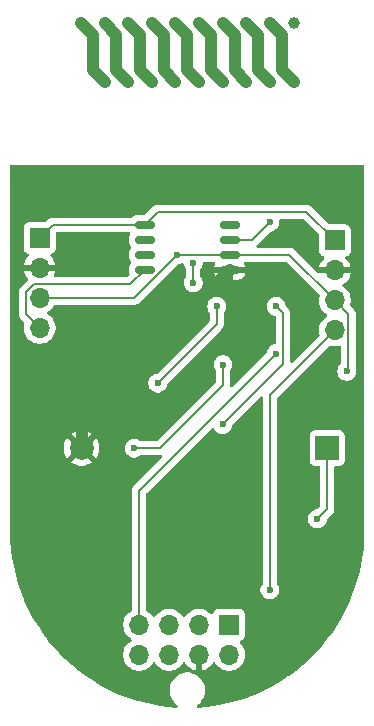
<source format=gbr>
%TF.GenerationSoftware,KiCad,Pcbnew,9.0.0*%
%TF.CreationDate,2025-03-23T12:51:39+01:00*%
%TF.ProjectId,ppicoV1,70706963-6f56-4312-9e6b-696361645f70,rev?*%
%TF.SameCoordinates,Original*%
%TF.FileFunction,Copper,L2,Bot*%
%TF.FilePolarity,Positive*%
%FSLAX46Y46*%
G04 Gerber Fmt 4.6, Leading zero omitted, Abs format (unit mm)*
G04 Created by KiCad (PCBNEW 9.0.0) date 2025-03-23 12:51:39*
%MOMM*%
%LPD*%
G01*
G04 APERTURE LIST*
G04 Aperture macros list*
%AMRoundRect*
0 Rectangle with rounded corners*
0 $1 Rounding radius*
0 $2 $3 $4 $5 $6 $7 $8 $9 X,Y pos of 4 corners*
0 Add a 4 corners polygon primitive as box body*
4,1,4,$2,$3,$4,$5,$6,$7,$8,$9,$2,$3,0*
0 Add four circle primitives for the rounded corners*
1,1,$1+$1,$2,$3*
1,1,$1+$1,$4,$5*
1,1,$1+$1,$6,$7*
1,1,$1+$1,$8,$9*
0 Add four rect primitives between the rounded corners*
20,1,$1+$1,$2,$3,$4,$5,0*
20,1,$1+$1,$4,$5,$6,$7,0*
20,1,$1+$1,$6,$7,$8,$9,0*
20,1,$1+$1,$8,$9,$2,$3,0*%
G04 Aperture macros list end*
%TA.AperFunction,EtchedComponent*%
%ADD10C,1.000000*%
%TD*%
%TA.AperFunction,ComponentPad*%
%ADD11R,1.700000X1.700000*%
%TD*%
%TA.AperFunction,ComponentPad*%
%ADD12O,1.700000X1.700000*%
%TD*%
%TA.AperFunction,ComponentPad*%
%ADD13C,1.000000*%
%TD*%
%TA.AperFunction,SMDPad,CuDef*%
%ADD14RoundRect,0.162500X0.650000X0.162500X-0.650000X0.162500X-0.650000X-0.162500X0.650000X-0.162500X0*%
%TD*%
%TA.AperFunction,ComponentPad*%
%ADD15R,2.000000X2.000000*%
%TD*%
%TA.AperFunction,ComponentPad*%
%ADD16C,2.000000*%
%TD*%
%TA.AperFunction,ViaPad*%
%ADD17C,0.600000*%
%TD*%
%TA.AperFunction,Conductor*%
%ADD18C,0.200000*%
%TD*%
%TA.AperFunction,Conductor*%
%ADD19C,1.000000*%
%TD*%
G04 APERTURE END LIST*
D10*
%TO.C,AE1*%
X121000000Y-41500000D02*
X122000000Y-42500000D01*
X122000000Y-42500000D02*
X122000000Y-45500000D01*
X122000000Y-45500000D02*
X123000000Y-46500000D01*
X123000000Y-41500000D02*
X124000000Y-42500000D01*
X124000000Y-42500000D02*
X124000000Y-45500000D01*
X124000000Y-45500000D02*
X125000000Y-46500000D01*
X125000000Y-41500000D02*
X126000000Y-42500000D01*
X126000000Y-42500000D02*
X126000000Y-45500000D01*
X126000000Y-45500000D02*
X127000000Y-46500000D01*
X127000000Y-41500000D02*
X128000000Y-42500000D01*
X128000000Y-42500000D02*
X128000000Y-45500000D01*
X128000000Y-45500000D02*
X129000000Y-46500000D01*
X129000000Y-41500000D02*
X130000000Y-42500000D01*
X130000000Y-42500000D02*
X130000000Y-45500000D01*
X130000000Y-45500000D02*
X131000000Y-46500000D01*
X131000000Y-41500000D02*
X132000000Y-42500000D01*
X132000000Y-42500000D02*
X132000000Y-45500000D01*
X132000000Y-45500000D02*
X133000000Y-46500000D01*
X133000000Y-41500000D02*
X134000000Y-42500000D01*
X134000000Y-42500000D02*
X134000000Y-45500000D01*
X134000000Y-45500000D02*
X135000000Y-46500000D01*
X135000000Y-41500000D02*
X136000000Y-42500000D01*
X136000000Y-42500000D02*
X136000000Y-45500000D01*
X136000000Y-45500000D02*
X137000000Y-46500000D01*
X137000000Y-41500000D02*
X138000000Y-42500000D01*
X138000000Y-42500000D02*
X138000000Y-45500000D01*
X138000000Y-45500000D02*
X139000000Y-46500000D01*
%TD*%
D11*
%TO.P,J3,1,Pin_1*%
%TO.N,+3V3*%
X117500000Y-59700000D03*
D12*
%TO.P,J3,2,Pin_2*%
%TO.N,GND*%
X117500000Y-62240000D03*
%TO.P,J3,3,Pin_3*%
%TO.N,SCL*%
X117500000Y-64780000D03*
%TO.P,J3,4,Pin_4*%
%TO.N,RFM_MISO*%
X117500000Y-67320000D03*
%TD*%
D11*
%TO.P,J2,1,Pin_1*%
%TO.N,+3V3*%
X142500000Y-59920000D03*
D12*
%TO.P,J2,2,Pin_2*%
%TO.N,GND*%
X142500000Y-62460000D03*
%TO.P,J2,3,Pin_3*%
%TO.N,SCL*%
X142500000Y-65000000D03*
%TO.P,J2,4,Pin_4*%
%TO.N,RFM_MISO*%
X142500000Y-67540000D03*
%TD*%
D13*
%TO.P,AE1,*%
%TO.N,*%
X121000000Y-41500000D03*
X123000000Y-41500000D03*
X123000000Y-46500000D03*
X125000000Y-41500000D03*
X125000000Y-46500000D03*
X127000000Y-41500000D03*
X127000000Y-46500000D03*
X129000000Y-41500000D03*
X129000000Y-46500000D03*
X131000000Y-41500000D03*
X131000000Y-46500000D03*
X133000000Y-41500000D03*
X133000000Y-46500000D03*
X135000000Y-41500000D03*
X135000000Y-46500000D03*
X137000000Y-41500000D03*
X137000000Y-46500000D03*
X139000000Y-41500000D03*
X139000000Y-46500000D03*
%TD*%
D11*
%TO.P,J1,1,Pin_1*%
%TO.N,+3V3*%
X133540000Y-92460000D03*
D12*
%TO.P,J1,2,Pin_2*%
%TO.N,RFM_MISO*%
X133540000Y-95000000D03*
%TO.P,J1,3,Pin_3*%
%TO.N,SCL*%
X131000000Y-92460000D03*
%TO.P,J1,4,Pin_4*%
%TO.N,GND*%
X131000000Y-95000000D03*
%TO.P,J1,5,Pin_5*%
%TO.N,RST*%
X128460000Y-92460000D03*
%TO.P,J1,6,Pin_6*%
%TO.N,RFM_NSS*%
X128460000Y-95000000D03*
%TO.P,J1,7,Pin_7*%
%TO.N,RFM_MOSI*%
X125920000Y-92460000D03*
%TO.P,J1,8,Pin_8*%
%TO.N,RFM_SCK*%
X125920000Y-95000000D03*
%TD*%
D14*
%TO.P,U1,1,~{RESET}/PB5*%
%TO.N,RST*%
X133587500Y-58595000D03*
%TO.P,U1,2,XTAL1/PB3*%
%TO.N,RFM_NSS*%
X133587500Y-59865000D03*
%TO.P,U1,3,XTAL2/PB4*%
%TO.N,SCL*%
X133587500Y-61135000D03*
%TO.P,U1,4,GND*%
%TO.N,GND*%
X133587500Y-62405000D03*
%TO.P,U1,5,AREF/PB0*%
%TO.N,RFM_MISO*%
X126412500Y-62405000D03*
%TO.P,U1,6,PB1*%
%TO.N,RFM_MOSI*%
X126412500Y-61135000D03*
%TO.P,U1,7,PB2*%
%TO.N,RFM_SCK*%
X126412500Y-59865000D03*
%TO.P,U1,8,VCC*%
%TO.N,+3V3*%
X126412500Y-58595000D03*
%TD*%
D15*
%TO.P,BT1,1,+*%
%TO.N,+3V3*%
X141857455Y-77500000D03*
D16*
%TO.P,BT1,2,-*%
%TO.N,GND*%
X121057455Y-77500000D03*
%TD*%
D17*
%TO.N,RFM_MISO*%
X137000000Y-89500000D03*
%TO.N,RFM_NSS*%
X133000000Y-75500000D03*
X137525000Y-65500000D03*
%TO.N,RFM_SCK*%
X125500000Y-77500000D03*
X133026457Y-70436000D03*
%TO.N,+3V3*%
X141000000Y-83500000D03*
%TO.N,SCL*%
X143500000Y-71000000D03*
%TO.N,RST*%
X130500000Y-63500000D03*
X127500000Y-72000000D03*
X130500000Y-61805000D03*
X132500000Y-65500000D03*
%TO.N,RFM_NSS*%
X137000000Y-58365000D03*
%TO.N,RFM_SCK*%
X126412500Y-59865000D03*
%TO.N,RFM_MOSI*%
X126412500Y-61135000D03*
X137525000Y-69500000D03*
%TO.N,RFM_MISO*%
X126412500Y-62405000D03*
%TO.N,RST*%
X133587500Y-58595000D03*
%TO.N,SCL*%
X129154990Y-61135000D03*
%TO.N,+3V3*%
X126412500Y-58595000D03*
%TO.N,GND*%
X133587500Y-62405000D03*
%TD*%
D18*
%TO.N,RFM_MISO*%
X137000000Y-89500000D02*
X137000000Y-73040000D01*
X137000000Y-73040000D02*
X142500000Y-67540000D01*
%TO.N,RFM_NSS*%
X133000000Y-75500000D02*
X138126000Y-70374000D01*
X138126000Y-70374000D02*
X138126000Y-66101000D01*
X138126000Y-66101000D02*
X137525000Y-65500000D01*
%TO.N,RFM_SCK*%
X125500000Y-77500000D02*
X127724600Y-77500000D01*
X127724600Y-77500000D02*
X133026457Y-72198143D01*
X133026457Y-72198143D02*
X133026457Y-70436000D01*
%TO.N,+3V3*%
X141000000Y-83500000D02*
X141857455Y-82642545D01*
X141857455Y-82642545D02*
X141857455Y-77500000D01*
%TO.N,SCL*%
X143651000Y-70849000D02*
X143651000Y-66151000D01*
X143500000Y-71000000D02*
X143651000Y-70849000D01*
X143651000Y-66151000D02*
X142500000Y-65000000D01*
%TO.N,RST*%
X132500000Y-67000000D02*
X132500000Y-65500000D01*
X127500000Y-72000000D02*
X132500000Y-67000000D01*
X130500000Y-63500000D02*
X130500000Y-61805000D01*
%TO.N,RFM_NSS*%
X137000000Y-58365000D02*
X135500000Y-59865000D01*
X135500000Y-59865000D02*
X133587500Y-59865000D01*
%TO.N,RFM_MOSI*%
X125920000Y-92460000D02*
X125920000Y-81105000D01*
X125920000Y-81105000D02*
X137525000Y-69500000D01*
D19*
%TO.N,GND*%
X133587500Y-62405000D02*
X121057455Y-74935045D01*
X121057455Y-74935045D02*
X121057455Y-77500000D01*
D18*
%TO.N,+3V3*%
X126412500Y-58595000D02*
X118605000Y-58595000D01*
X127507500Y-57500000D02*
X140080000Y-57500000D01*
X126412500Y-58595000D02*
X127507500Y-57500000D01*
X118605000Y-58595000D02*
X117500000Y-59700000D01*
X140080000Y-57500000D02*
X142500000Y-59920000D01*
%TO.N,RFM_MISO*%
X116349000Y-64303240D02*
X116349000Y-66169000D01*
X125188500Y-63629000D02*
X117023240Y-63629000D01*
X116349000Y-66169000D02*
X117500000Y-67320000D01*
X126412500Y-62405000D02*
X125188500Y-63629000D01*
X117023240Y-63629000D02*
X116349000Y-64303240D01*
%TO.N,SCL*%
X125509990Y-64780000D02*
X117500000Y-64780000D01*
X129154990Y-61135000D02*
X125509990Y-64780000D01*
X133587500Y-61135000D02*
X129154990Y-61135000D01*
X133587500Y-61135000D02*
X138635000Y-61135000D01*
X138635000Y-61135000D02*
X142500000Y-65000000D01*
%TD*%
%TA.AperFunction,Conductor*%
%TO.N,GND*%
G36*
X125141443Y-59215185D02*
G01*
X125187198Y-59267989D01*
X125197142Y-59337147D01*
X125180520Y-59383651D01*
X125153470Y-59428396D01*
X125105569Y-59582116D01*
X125099500Y-59648911D01*
X125099500Y-60081098D01*
X125105568Y-60147882D01*
X125105571Y-60147893D01*
X125153467Y-60301599D01*
X125234625Y-60435850D01*
X125252461Y-60503405D01*
X125234625Y-60564150D01*
X125153469Y-60698397D01*
X125105569Y-60852116D01*
X125099500Y-60918911D01*
X125099500Y-61351098D01*
X125105568Y-61417882D01*
X125105571Y-61417893D01*
X125153467Y-61571599D01*
X125234625Y-61705850D01*
X125252461Y-61773405D01*
X125234625Y-61834150D01*
X125153469Y-61968397D01*
X125105569Y-62122116D01*
X125102581Y-62155000D01*
X125099931Y-62184172D01*
X125099500Y-62188911D01*
X125099500Y-62621098D01*
X125105569Y-62687884D01*
X125124799Y-62749599D01*
X125125037Y-62764076D01*
X125130097Y-62777641D01*
X125125600Y-62798310D01*
X125125949Y-62819460D01*
X125118049Y-62833027D01*
X125115246Y-62845914D01*
X125094095Y-62874168D01*
X124976085Y-62992180D01*
X124914762Y-63025666D01*
X124888403Y-63028500D01*
X118815729Y-63028500D01*
X118748690Y-63008815D01*
X118702935Y-62956011D01*
X118692991Y-62886853D01*
X118705244Y-62848205D01*
X118751095Y-62758217D01*
X118816757Y-62556129D01*
X118816757Y-62556126D01*
X118827231Y-62490000D01*
X117933012Y-62490000D01*
X117965925Y-62432993D01*
X118000000Y-62305826D01*
X118000000Y-62174174D01*
X117965925Y-62047007D01*
X117933012Y-61990000D01*
X118827231Y-61990000D01*
X118816757Y-61923873D01*
X118816757Y-61923870D01*
X118751095Y-61721782D01*
X118654620Y-61532442D01*
X118529727Y-61360540D01*
X118529723Y-61360535D01*
X118416053Y-61246865D01*
X118382568Y-61185542D01*
X118387552Y-61115850D01*
X118429424Y-61059917D01*
X118460400Y-61043002D01*
X118592331Y-60993796D01*
X118707546Y-60907546D01*
X118793796Y-60792331D01*
X118844091Y-60657483D01*
X118850500Y-60597873D01*
X118850499Y-59319499D01*
X118870184Y-59252461D01*
X118922987Y-59206706D01*
X118974499Y-59195500D01*
X125074404Y-59195500D01*
X125141443Y-59215185D01*
G37*
%TD.AperFunction*%
%TA.AperFunction,Conductor*%
G36*
X139846942Y-58120185D02*
G01*
X139867584Y-58136819D01*
X141113181Y-59382416D01*
X141146666Y-59443739D01*
X141149500Y-59470097D01*
X141149500Y-60817870D01*
X141149501Y-60817876D01*
X141155908Y-60877483D01*
X141206202Y-61012328D01*
X141206206Y-61012335D01*
X141292452Y-61127544D01*
X141292455Y-61127547D01*
X141407664Y-61213793D01*
X141407671Y-61213797D01*
X141469902Y-61237007D01*
X141539598Y-61263002D01*
X141595531Y-61304873D01*
X141619949Y-61370337D01*
X141605098Y-61438610D01*
X141583947Y-61466865D01*
X141470271Y-61580541D01*
X141345379Y-61752442D01*
X141248904Y-61941782D01*
X141183242Y-62143870D01*
X141183242Y-62143873D01*
X141172769Y-62210000D01*
X142066988Y-62210000D01*
X142034075Y-62267007D01*
X142000000Y-62394174D01*
X142000000Y-62525826D01*
X142034075Y-62652993D01*
X142066988Y-62710000D01*
X141115604Y-62710000D01*
X141115604Y-62707663D01*
X141079187Y-62707916D01*
X141025616Y-62676381D01*
X139122590Y-60773355D01*
X139122588Y-60773352D01*
X139003717Y-60654481D01*
X139003709Y-60654475D01*
X138886200Y-60586632D01*
X138886200Y-60586631D01*
X138886195Y-60586630D01*
X138879422Y-60582719D01*
X138866786Y-60575423D01*
X138811510Y-60560612D01*
X138714057Y-60534499D01*
X138555943Y-60534499D01*
X138548347Y-60534499D01*
X138548331Y-60534500D01*
X135979098Y-60534500D01*
X135957852Y-60528261D01*
X135935766Y-60526682D01*
X135924982Y-60518609D01*
X135912059Y-60514815D01*
X135897560Y-60498082D01*
X135879832Y-60484812D01*
X135875123Y-60472189D01*
X135866304Y-60462011D01*
X135863152Y-60440095D01*
X135855414Y-60419348D01*
X135858277Y-60406185D01*
X135856360Y-60392853D01*
X135865558Y-60372710D01*
X135870265Y-60351075D01*
X135883534Y-60333348D01*
X135885385Y-60329297D01*
X135891401Y-60322834D01*
X135980520Y-60233716D01*
X135980521Y-60233713D01*
X137014662Y-59199572D01*
X137075983Y-59166089D01*
X137078150Y-59165638D01*
X137136085Y-59154113D01*
X137233497Y-59134737D01*
X137379179Y-59074394D01*
X137510289Y-58986789D01*
X137621789Y-58875289D01*
X137709394Y-58744179D01*
X137710083Y-58742517D01*
X137723067Y-58711166D01*
X137769737Y-58598497D01*
X137800500Y-58443842D01*
X137800500Y-58286158D01*
X137800500Y-58286155D01*
X137800499Y-58286153D01*
X137793048Y-58248691D01*
X137799275Y-58179100D01*
X137842138Y-58123922D01*
X137908028Y-58100678D01*
X137914665Y-58100500D01*
X139779903Y-58100500D01*
X139846942Y-58120185D01*
G37*
%TD.AperFunction*%
%TA.AperFunction,Conductor*%
G36*
X144942539Y-53519685D02*
G01*
X144988294Y-53572489D01*
X144999500Y-53624000D01*
X144999500Y-84498437D01*
X144999460Y-84501578D01*
X144980327Y-85256565D01*
X144980009Y-85262840D01*
X144922779Y-86014349D01*
X144922143Y-86020599D01*
X144826928Y-86768217D01*
X144825977Y-86774427D01*
X144693012Y-87516290D01*
X144691747Y-87522444D01*
X144521386Y-88256588D01*
X144519812Y-88262670D01*
X144312474Y-88987282D01*
X144310593Y-88993276D01*
X144066830Y-89706428D01*
X144064648Y-89712320D01*
X143785069Y-90412233D01*
X143782591Y-90418006D01*
X143467938Y-91102819D01*
X143465172Y-91108460D01*
X143116215Y-91776503D01*
X143113166Y-91781996D01*
X142730824Y-92431504D01*
X142727500Y-92436835D01*
X142312782Y-93066095D01*
X142309194Y-93071252D01*
X141863096Y-93678757D01*
X141859250Y-93683725D01*
X141382980Y-94267822D01*
X141378888Y-94272589D01*
X140873625Y-94831838D01*
X140869296Y-94836391D01*
X140336391Y-95369296D01*
X140331838Y-95373625D01*
X139772589Y-95878888D01*
X139767822Y-95882980D01*
X139183725Y-96359250D01*
X139178757Y-96363096D01*
X138571252Y-96809194D01*
X138566095Y-96812782D01*
X137936835Y-97227500D01*
X137931504Y-97230824D01*
X137281996Y-97613166D01*
X137276503Y-97616215D01*
X136608460Y-97965172D01*
X136602819Y-97967938D01*
X135918006Y-98282591D01*
X135912233Y-98285069D01*
X135212320Y-98564648D01*
X135206428Y-98566830D01*
X134493276Y-98810593D01*
X134487282Y-98812474D01*
X133762670Y-99019812D01*
X133756588Y-99021386D01*
X133022444Y-99191747D01*
X133016290Y-99193012D01*
X132274427Y-99325977D01*
X132268217Y-99326928D01*
X131520599Y-99422143D01*
X131514349Y-99422779D01*
X130923097Y-99467805D01*
X130854756Y-99453268D01*
X130805124Y-99404091D01*
X130789957Y-99335887D01*
X130814073Y-99270311D01*
X130840792Y-99243848D01*
X130977510Y-99144517D01*
X131144517Y-98977510D01*
X131283343Y-98786433D01*
X131390568Y-98575992D01*
X131463553Y-98351368D01*
X131488929Y-98191150D01*
X131500500Y-98118097D01*
X131500500Y-97881902D01*
X131463553Y-97648631D01*
X131390566Y-97424003D01*
X131334002Y-97312991D01*
X131283343Y-97213567D01*
X131144517Y-97022490D01*
X130977510Y-96855483D01*
X130786433Y-96716657D01*
X130575996Y-96609433D01*
X130351368Y-96536446D01*
X130118097Y-96499500D01*
X130118092Y-96499500D01*
X129881908Y-96499500D01*
X129881903Y-96499500D01*
X129648631Y-96536446D01*
X129424003Y-96609433D01*
X129213566Y-96716657D01*
X129104550Y-96795862D01*
X129022490Y-96855483D01*
X129022488Y-96855485D01*
X129022487Y-96855485D01*
X128855485Y-97022487D01*
X128855485Y-97022488D01*
X128855483Y-97022490D01*
X128795862Y-97104550D01*
X128716657Y-97213566D01*
X128609433Y-97424003D01*
X128536446Y-97648631D01*
X128499500Y-97881902D01*
X128499500Y-98118097D01*
X128536446Y-98351368D01*
X128609433Y-98575996D01*
X128716657Y-98786433D01*
X128855483Y-98977510D01*
X129022490Y-99144517D01*
X129159203Y-99243845D01*
X129201869Y-99299175D01*
X129207848Y-99368788D01*
X129175242Y-99430583D01*
X129114404Y-99464940D01*
X129076902Y-99467805D01*
X128485650Y-99422779D01*
X128479400Y-99422143D01*
X127731782Y-99326928D01*
X127725572Y-99325977D01*
X126983709Y-99193012D01*
X126977555Y-99191747D01*
X126243411Y-99021386D01*
X126237329Y-99019812D01*
X125512717Y-98812474D01*
X125506723Y-98810593D01*
X124793571Y-98566830D01*
X124787679Y-98564648D01*
X124087766Y-98285069D01*
X124081993Y-98282591D01*
X123397180Y-97967938D01*
X123391539Y-97965172D01*
X122723496Y-97616215D01*
X122718003Y-97613166D01*
X122068495Y-97230824D01*
X122063164Y-97227500D01*
X121433904Y-96812782D01*
X121428747Y-96809194D01*
X120821242Y-96363096D01*
X120816274Y-96359250D01*
X120232177Y-95882980D01*
X120227410Y-95878888D01*
X119668161Y-95373625D01*
X119663608Y-95369296D01*
X119130703Y-94836391D01*
X119126374Y-94831838D01*
X118621111Y-94272589D01*
X118617019Y-94267822D01*
X118238895Y-93804091D01*
X118140741Y-93683715D01*
X118136903Y-93678757D01*
X118128832Y-93667766D01*
X117690803Y-93071250D01*
X117687217Y-93066095D01*
X117496188Y-92776243D01*
X117272494Y-92436827D01*
X117269175Y-92431504D01*
X116886833Y-91781996D01*
X116883784Y-91776503D01*
X116534827Y-91108460D01*
X116532061Y-91102819D01*
X116217408Y-90418006D01*
X116214930Y-90412233D01*
X116170298Y-90300500D01*
X115935346Y-89712306D01*
X115933169Y-89706428D01*
X115889560Y-89578846D01*
X115689403Y-88993266D01*
X115687525Y-88987282D01*
X115480183Y-88262654D01*
X115478613Y-88256588D01*
X115308246Y-87522417D01*
X115306992Y-87516316D01*
X115174021Y-86774422D01*
X115173071Y-86768217D01*
X115077856Y-86020599D01*
X115077220Y-86014349D01*
X115019990Y-85262840D01*
X115019672Y-85256565D01*
X115000540Y-84501578D01*
X115000500Y-84498437D01*
X115000500Y-77381947D01*
X119557455Y-77381947D01*
X119557455Y-77618052D01*
X119594389Y-77851247D01*
X119667352Y-78075802D01*
X119774542Y-78286174D01*
X119834793Y-78369104D01*
X119834795Y-78369105D01*
X120379876Y-77824024D01*
X120392814Y-77855258D01*
X120474892Y-77978097D01*
X120579358Y-78082563D01*
X120702197Y-78164641D01*
X120733429Y-78177578D01*
X120188348Y-78722658D01*
X120271283Y-78782914D01*
X120481652Y-78890102D01*
X120706207Y-78963065D01*
X120706206Y-78963065D01*
X120939403Y-79000000D01*
X121175507Y-79000000D01*
X121408702Y-78963065D01*
X121633257Y-78890102D01*
X121843618Y-78782918D01*
X121843624Y-78782914D01*
X121926559Y-78722658D01*
X121926560Y-78722658D01*
X121381479Y-78177578D01*
X121412713Y-78164641D01*
X121535552Y-78082563D01*
X121640018Y-77978097D01*
X121722096Y-77855258D01*
X121735033Y-77824024D01*
X122280113Y-78369105D01*
X122280113Y-78369104D01*
X122340369Y-78286169D01*
X122340373Y-78286163D01*
X122447557Y-78075802D01*
X122520520Y-77851247D01*
X122557455Y-77618052D01*
X122557455Y-77381947D01*
X122520520Y-77148752D01*
X122447557Y-76924197D01*
X122340369Y-76713828D01*
X122280113Y-76630894D01*
X122280113Y-76630893D01*
X121735032Y-77175974D01*
X121722096Y-77144742D01*
X121640018Y-77021903D01*
X121535552Y-76917437D01*
X121412713Y-76835359D01*
X121381479Y-76822421D01*
X121926560Y-76277340D01*
X121926559Y-76277338D01*
X121843629Y-76217087D01*
X121633257Y-76109897D01*
X121408702Y-76036934D01*
X121408703Y-76036934D01*
X121175507Y-76000000D01*
X120939403Y-76000000D01*
X120706207Y-76036934D01*
X120481652Y-76109897D01*
X120271285Y-76217084D01*
X120188349Y-76277340D01*
X120733430Y-76822421D01*
X120702197Y-76835359D01*
X120579358Y-76917437D01*
X120474892Y-77021903D01*
X120392814Y-77144742D01*
X120379876Y-77175975D01*
X119834795Y-76630894D01*
X119774539Y-76713830D01*
X119667352Y-76924197D01*
X119594389Y-77148752D01*
X119557455Y-77381947D01*
X115000500Y-77381947D01*
X115000500Y-71921153D01*
X126699500Y-71921153D01*
X126699500Y-72078846D01*
X126730261Y-72233489D01*
X126730264Y-72233501D01*
X126790602Y-72379172D01*
X126790609Y-72379185D01*
X126878210Y-72510288D01*
X126878213Y-72510292D01*
X126989707Y-72621786D01*
X126989711Y-72621789D01*
X127120814Y-72709390D01*
X127120827Y-72709397D01*
X127266498Y-72769735D01*
X127266503Y-72769737D01*
X127421153Y-72800499D01*
X127421156Y-72800500D01*
X127421158Y-72800500D01*
X127578844Y-72800500D01*
X127578845Y-72800499D01*
X127733497Y-72769737D01*
X127879179Y-72709394D01*
X128010289Y-72621789D01*
X128121789Y-72510289D01*
X128209394Y-72379179D01*
X128269737Y-72233497D01*
X128292495Y-72119086D01*
X128300638Y-72078150D01*
X128333023Y-72016239D01*
X128334519Y-72014715D01*
X132858506Y-67490727D01*
X132858511Y-67490724D01*
X132868714Y-67480520D01*
X132868716Y-67480520D01*
X132980520Y-67368716D01*
X133050120Y-67248165D01*
X133059577Y-67231785D01*
X133100501Y-67079057D01*
X133100501Y-66920943D01*
X133100501Y-66913348D01*
X133100500Y-66913330D01*
X133100500Y-66079765D01*
X133120185Y-66012726D01*
X133121398Y-66010874D01*
X133209390Y-65879185D01*
X133209390Y-65879184D01*
X133209394Y-65879179D01*
X133269737Y-65733497D01*
X133300500Y-65578842D01*
X133300500Y-65421158D01*
X133300500Y-65421155D01*
X133300499Y-65421153D01*
X133292413Y-65380501D01*
X133269737Y-65266503D01*
X133267258Y-65260518D01*
X133209397Y-65120827D01*
X133209390Y-65120814D01*
X133121789Y-64989711D01*
X133121786Y-64989707D01*
X133010292Y-64878213D01*
X133010288Y-64878210D01*
X132879185Y-64790609D01*
X132879172Y-64790602D01*
X132733501Y-64730264D01*
X132733489Y-64730261D01*
X132578845Y-64699500D01*
X132578842Y-64699500D01*
X132421158Y-64699500D01*
X132421155Y-64699500D01*
X132266510Y-64730261D01*
X132266498Y-64730264D01*
X132120827Y-64790602D01*
X132120814Y-64790609D01*
X131989711Y-64878210D01*
X131989707Y-64878213D01*
X131878213Y-64989707D01*
X131878210Y-64989711D01*
X131790609Y-65120814D01*
X131790602Y-65120827D01*
X131730264Y-65266498D01*
X131730261Y-65266510D01*
X131699500Y-65421153D01*
X131699500Y-65578846D01*
X131730261Y-65733489D01*
X131730264Y-65733501D01*
X131790602Y-65879172D01*
X131790609Y-65879185D01*
X131878602Y-66010874D01*
X131899480Y-66077551D01*
X131899500Y-66079765D01*
X131899500Y-66699903D01*
X131879815Y-66766942D01*
X131863181Y-66787584D01*
X127485339Y-71165425D01*
X127424016Y-71198910D01*
X127421850Y-71199361D01*
X127266508Y-71230261D01*
X127266498Y-71230264D01*
X127120827Y-71290602D01*
X127120814Y-71290609D01*
X126989711Y-71378210D01*
X126989707Y-71378213D01*
X126878213Y-71489707D01*
X126878210Y-71489711D01*
X126790609Y-71620814D01*
X126790602Y-71620827D01*
X126730264Y-71766498D01*
X126730261Y-71766510D01*
X126699500Y-71921153D01*
X115000500Y-71921153D01*
X115000500Y-66248054D01*
X115748498Y-66248054D01*
X115789423Y-66400787D01*
X115808234Y-66433366D01*
X115808235Y-66433369D01*
X115868475Y-66537709D01*
X115868481Y-66537717D01*
X115987349Y-66656585D01*
X115987355Y-66656590D01*
X116166241Y-66835476D01*
X116199726Y-66896799D01*
X116196492Y-66961473D01*
X116182753Y-67003757D01*
X116149500Y-67213713D01*
X116149500Y-67426286D01*
X116182753Y-67636239D01*
X116248444Y-67838414D01*
X116344951Y-68027820D01*
X116469890Y-68199786D01*
X116620213Y-68350109D01*
X116792179Y-68475048D01*
X116792181Y-68475049D01*
X116792184Y-68475051D01*
X116981588Y-68571557D01*
X117183757Y-68637246D01*
X117393713Y-68670500D01*
X117393714Y-68670500D01*
X117606286Y-68670500D01*
X117606287Y-68670500D01*
X117816243Y-68637246D01*
X118018412Y-68571557D01*
X118207816Y-68475051D01*
X118229789Y-68459086D01*
X118379786Y-68350109D01*
X118379788Y-68350106D01*
X118379792Y-68350104D01*
X118530104Y-68199792D01*
X118530106Y-68199788D01*
X118530109Y-68199786D01*
X118655048Y-68027820D01*
X118655047Y-68027820D01*
X118655051Y-68027816D01*
X118751557Y-67838412D01*
X118817246Y-67636243D01*
X118850500Y-67426287D01*
X118850500Y-67213713D01*
X118817246Y-67003757D01*
X118751557Y-66801588D01*
X118655051Y-66612184D01*
X118655049Y-66612181D01*
X118655048Y-66612179D01*
X118530109Y-66440213D01*
X118379786Y-66289890D01*
X118207820Y-66164951D01*
X118207115Y-66164591D01*
X118199054Y-66160485D01*
X118148259Y-66112512D01*
X118131463Y-66044692D01*
X118153999Y-65978556D01*
X118199054Y-65939515D01*
X118207816Y-65935051D01*
X118283874Y-65879792D01*
X118379786Y-65810109D01*
X118379788Y-65810106D01*
X118379792Y-65810104D01*
X118530104Y-65659792D01*
X118530106Y-65659788D01*
X118530109Y-65659786D01*
X118632820Y-65518414D01*
X118655051Y-65487816D01*
X118656729Y-65484522D01*
X118675235Y-65448205D01*
X118723209Y-65397409D01*
X118785719Y-65380500D01*
X125423321Y-65380500D01*
X125423337Y-65380501D01*
X125430933Y-65380501D01*
X125589044Y-65380501D01*
X125589047Y-65380501D01*
X125741775Y-65339577D01*
X125741777Y-65339575D01*
X125741779Y-65339575D01*
X125741780Y-65339574D01*
X125792559Y-65310257D01*
X125792560Y-65310256D01*
X125878706Y-65260520D01*
X125990510Y-65148716D01*
X125990510Y-65148714D01*
X126000714Y-65138511D01*
X126000717Y-65138506D01*
X129169652Y-61969572D01*
X129230973Y-61936089D01*
X129233140Y-61935638D01*
X129292300Y-61923870D01*
X129388487Y-61904737D01*
X129497700Y-61859500D01*
X129539798Y-61842063D01*
X129540880Y-61844676D01*
X129597391Y-61832874D01*
X129662651Y-61857833D01*
X129704056Y-61914112D01*
X129709136Y-61932288D01*
X129730261Y-62038491D01*
X129730264Y-62038501D01*
X129790602Y-62184172D01*
X129790609Y-62184185D01*
X129878602Y-62315874D01*
X129899480Y-62382551D01*
X129899500Y-62384765D01*
X129899500Y-62920234D01*
X129879815Y-62987273D01*
X129878602Y-62989125D01*
X129790609Y-63120814D01*
X129790602Y-63120827D01*
X129730264Y-63266498D01*
X129730261Y-63266510D01*
X129699500Y-63421153D01*
X129699500Y-63578846D01*
X129730261Y-63733489D01*
X129730264Y-63733501D01*
X129790602Y-63879172D01*
X129790609Y-63879185D01*
X129878210Y-64010288D01*
X129878213Y-64010292D01*
X129989707Y-64121786D01*
X129989711Y-64121789D01*
X130120814Y-64209390D01*
X130120827Y-64209397D01*
X130266498Y-64269735D01*
X130266503Y-64269737D01*
X130379326Y-64292179D01*
X130421153Y-64300499D01*
X130421156Y-64300500D01*
X130421158Y-64300500D01*
X130578844Y-64300500D01*
X130578845Y-64300499D01*
X130733497Y-64269737D01*
X130879179Y-64209394D01*
X131010289Y-64121789D01*
X131121789Y-64010289D01*
X131209394Y-63879179D01*
X131269737Y-63733497D01*
X131300500Y-63578842D01*
X131300500Y-63421158D01*
X131300500Y-63421155D01*
X131300499Y-63421153D01*
X131269738Y-63266510D01*
X131269737Y-63266503D01*
X131254617Y-63230000D01*
X131209397Y-63120827D01*
X131209390Y-63120814D01*
X131121398Y-62989125D01*
X131100520Y-62922447D01*
X131100500Y-62920234D01*
X131100500Y-62655000D01*
X132278085Y-62655000D01*
X132281064Y-62687792D01*
X132281067Y-62687802D01*
X132328927Y-62841392D01*
X132412163Y-62979080D01*
X132525919Y-63092836D01*
X132663603Y-63176070D01*
X132817207Y-63223934D01*
X132883957Y-63230000D01*
X133337500Y-63230000D01*
X133837500Y-63230000D01*
X134291043Y-63230000D01*
X134357792Y-63223934D01*
X134511396Y-63176070D01*
X134649080Y-63092836D01*
X134762836Y-62979080D01*
X134846072Y-62841392D01*
X134893932Y-62687802D01*
X134893935Y-62687792D01*
X134896914Y-62655000D01*
X133837500Y-62655000D01*
X133837500Y-63230000D01*
X133337500Y-63230000D01*
X133337500Y-62655000D01*
X132278085Y-62655000D01*
X131100500Y-62655000D01*
X131100500Y-62384765D01*
X131120185Y-62317726D01*
X131121398Y-62315874D01*
X131209390Y-62184185D01*
X131209390Y-62184184D01*
X131209394Y-62184179D01*
X131269737Y-62038497D01*
X131300500Y-61883842D01*
X131300500Y-61859500D01*
X131320185Y-61792461D01*
X131372989Y-61746706D01*
X131424500Y-61735500D01*
X132249988Y-61735500D01*
X132317027Y-61755185D01*
X132362782Y-61807989D01*
X132372726Y-61877147D01*
X132356105Y-61923650D01*
X132328927Y-61968606D01*
X132281067Y-62122197D01*
X132281064Y-62122207D01*
X132278085Y-62154999D01*
X132278085Y-62155000D01*
X134896915Y-62155000D01*
X134896914Y-62154999D01*
X134893935Y-62122207D01*
X134893932Y-62122197D01*
X134846072Y-61968606D01*
X134818895Y-61923650D01*
X134801059Y-61856095D01*
X134822577Y-61789621D01*
X134876617Y-61745334D01*
X134925012Y-61735500D01*
X138334903Y-61735500D01*
X138401942Y-61755185D01*
X138422584Y-61771819D01*
X141166241Y-64515476D01*
X141199726Y-64576799D01*
X141196492Y-64641473D01*
X141182753Y-64683757D01*
X141149500Y-64893713D01*
X141149500Y-65106286D01*
X141182753Y-65316239D01*
X141182753Y-65316241D01*
X141182754Y-65316243D01*
X141238501Y-65487815D01*
X141248444Y-65518414D01*
X141344951Y-65707820D01*
X141469890Y-65879786D01*
X141620213Y-66030109D01*
X141792182Y-66155050D01*
X141800946Y-66159516D01*
X141851742Y-66207491D01*
X141868536Y-66275312D01*
X141845998Y-66341447D01*
X141800946Y-66380484D01*
X141792182Y-66384949D01*
X141620213Y-66509890D01*
X141469890Y-66660213D01*
X141344951Y-66832179D01*
X141248444Y-67021585D01*
X141182753Y-67223760D01*
X141149500Y-67433713D01*
X141149500Y-67646286D01*
X141182754Y-67856244D01*
X141182754Y-67856247D01*
X141196491Y-67898523D01*
X141198486Y-67968364D01*
X141166241Y-68024522D01*
X138938181Y-70252582D01*
X138876858Y-70286067D01*
X138807166Y-70281083D01*
X138751233Y-70239211D01*
X138726816Y-70173747D01*
X138726500Y-70164901D01*
X138726500Y-66021942D01*
X138723377Y-66010288D01*
X138723376Y-66010285D01*
X138697756Y-65914670D01*
X138697756Y-65914669D01*
X138685577Y-65869216D01*
X138635388Y-65782285D01*
X138606524Y-65732290D01*
X138606521Y-65732286D01*
X138606520Y-65732284D01*
X138494716Y-65620480D01*
X138494715Y-65620479D01*
X138490385Y-65616149D01*
X138490374Y-65616139D01*
X138359574Y-65485339D01*
X138326089Y-65424016D01*
X138325638Y-65421849D01*
X138294738Y-65266510D01*
X138294737Y-65266503D01*
X138292258Y-65260518D01*
X138234397Y-65120827D01*
X138234390Y-65120814D01*
X138146789Y-64989711D01*
X138146786Y-64989707D01*
X138035292Y-64878213D01*
X138035288Y-64878210D01*
X137904185Y-64790609D01*
X137904172Y-64790602D01*
X137758501Y-64730264D01*
X137758489Y-64730261D01*
X137603845Y-64699500D01*
X137603842Y-64699500D01*
X137446158Y-64699500D01*
X137446155Y-64699500D01*
X137291510Y-64730261D01*
X137291498Y-64730264D01*
X137145827Y-64790602D01*
X137145814Y-64790609D01*
X137014711Y-64878210D01*
X137014707Y-64878213D01*
X136903213Y-64989707D01*
X136903210Y-64989711D01*
X136815609Y-65120814D01*
X136815602Y-65120827D01*
X136755264Y-65266498D01*
X136755261Y-65266510D01*
X136724500Y-65421153D01*
X136724500Y-65578846D01*
X136755261Y-65733489D01*
X136755264Y-65733501D01*
X136815602Y-65879172D01*
X136815609Y-65879185D01*
X136903210Y-66010288D01*
X136903213Y-66010292D01*
X137014707Y-66121786D01*
X137014711Y-66121789D01*
X137145814Y-66209390D01*
X137145827Y-66209397D01*
X137239155Y-66248054D01*
X137291503Y-66269737D01*
X137385544Y-66288443D01*
X137425691Y-66296429D01*
X137487602Y-66328814D01*
X137522176Y-66389529D01*
X137525500Y-66418046D01*
X137525500Y-68581953D01*
X137505815Y-68648992D01*
X137453011Y-68694747D01*
X137425692Y-68703570D01*
X137291508Y-68730261D01*
X137291498Y-68730264D01*
X137145827Y-68790602D01*
X137145814Y-68790609D01*
X137014711Y-68878210D01*
X137014707Y-68878213D01*
X136903213Y-68989707D01*
X136903210Y-68989711D01*
X136815609Y-69120814D01*
X136815602Y-69120827D01*
X136755264Y-69266498D01*
X136755261Y-69266508D01*
X136724361Y-69421850D01*
X136691976Y-69483761D01*
X136690425Y-69485339D01*
X133838638Y-72337126D01*
X133777315Y-72370611D01*
X133707623Y-72365627D01*
X133651690Y-72323755D01*
X133627273Y-72258291D01*
X133626957Y-72249445D01*
X133626957Y-71015765D01*
X133646642Y-70948726D01*
X133647855Y-70946874D01*
X133735847Y-70815185D01*
X133735847Y-70815184D01*
X133735851Y-70815179D01*
X133796194Y-70669497D01*
X133826957Y-70514842D01*
X133826957Y-70357158D01*
X133826957Y-70357155D01*
X133826956Y-70357153D01*
X133814581Y-70294942D01*
X133796194Y-70202503D01*
X133780619Y-70164901D01*
X133735854Y-70056827D01*
X133735847Y-70056814D01*
X133648246Y-69925711D01*
X133648243Y-69925707D01*
X133536749Y-69814213D01*
X133536745Y-69814210D01*
X133405642Y-69726609D01*
X133405629Y-69726602D01*
X133259958Y-69666264D01*
X133259946Y-69666261D01*
X133105302Y-69635500D01*
X133105299Y-69635500D01*
X132947615Y-69635500D01*
X132947612Y-69635500D01*
X132792967Y-69666261D01*
X132792955Y-69666264D01*
X132647284Y-69726602D01*
X132647271Y-69726609D01*
X132516168Y-69814210D01*
X132516164Y-69814213D01*
X132404670Y-69925707D01*
X132404667Y-69925711D01*
X132317066Y-70056814D01*
X132317059Y-70056827D01*
X132256721Y-70202498D01*
X132256718Y-70202510D01*
X132225957Y-70357153D01*
X132225957Y-70514846D01*
X132256718Y-70669489D01*
X132256721Y-70669501D01*
X132317059Y-70815172D01*
X132317066Y-70815185D01*
X132405059Y-70946874D01*
X132425937Y-71013551D01*
X132425957Y-71015765D01*
X132425957Y-71898046D01*
X132406272Y-71965085D01*
X132389638Y-71985727D01*
X127512184Y-76863181D01*
X127450861Y-76896666D01*
X127424503Y-76899500D01*
X126079766Y-76899500D01*
X126012727Y-76879815D01*
X126010875Y-76878602D01*
X125879185Y-76790609D01*
X125879172Y-76790602D01*
X125733501Y-76730264D01*
X125733489Y-76730261D01*
X125578845Y-76699500D01*
X125578842Y-76699500D01*
X125421158Y-76699500D01*
X125421155Y-76699500D01*
X125266510Y-76730261D01*
X125266498Y-76730264D01*
X125120827Y-76790602D01*
X125120814Y-76790609D01*
X124989711Y-76878210D01*
X124989707Y-76878213D01*
X124878213Y-76989707D01*
X124878210Y-76989711D01*
X124790609Y-77120814D01*
X124790602Y-77120827D01*
X124730264Y-77266498D01*
X124730261Y-77266510D01*
X124699500Y-77421153D01*
X124699500Y-77578846D01*
X124730261Y-77733489D01*
X124730264Y-77733501D01*
X124790602Y-77879172D01*
X124790609Y-77879185D01*
X124878210Y-78010288D01*
X124878213Y-78010292D01*
X124989707Y-78121786D01*
X124989711Y-78121789D01*
X125120814Y-78209390D01*
X125120827Y-78209397D01*
X125218853Y-78250000D01*
X125266503Y-78269737D01*
X125421153Y-78300499D01*
X125421156Y-78300500D01*
X125421158Y-78300500D01*
X125578844Y-78300500D01*
X125578845Y-78300499D01*
X125733497Y-78269737D01*
X125879179Y-78209394D01*
X125879185Y-78209390D01*
X126010875Y-78121398D01*
X126077553Y-78100520D01*
X126079766Y-78100500D01*
X127637932Y-78100500D01*
X127645539Y-78100500D01*
X127645543Y-78100501D01*
X127775902Y-78100501D01*
X127842941Y-78120186D01*
X127888696Y-78172990D01*
X127894342Y-78212264D01*
X127898639Y-78242148D01*
X127869614Y-78305704D01*
X127863582Y-78312182D01*
X125439481Y-80736282D01*
X125439479Y-80736285D01*
X125389361Y-80823094D01*
X125389359Y-80823096D01*
X125360425Y-80873209D01*
X125360424Y-80873210D01*
X125360423Y-80873215D01*
X125319499Y-81025943D01*
X125319499Y-81025945D01*
X125319499Y-81194046D01*
X125319500Y-81194059D01*
X125319500Y-91174281D01*
X125299815Y-91241320D01*
X125251795Y-91284765D01*
X125212185Y-91304947D01*
X125212184Y-91304948D01*
X125040213Y-91429890D01*
X124889890Y-91580213D01*
X124764951Y-91752179D01*
X124668444Y-91941585D01*
X124602753Y-92143760D01*
X124569500Y-92353713D01*
X124569500Y-92566286D01*
X124602753Y-92776239D01*
X124668444Y-92978414D01*
X124764951Y-93167820D01*
X124889890Y-93339786D01*
X125040213Y-93490109D01*
X125212182Y-93615050D01*
X125220946Y-93619516D01*
X125271742Y-93667491D01*
X125288536Y-93735312D01*
X125265998Y-93801447D01*
X125220946Y-93840484D01*
X125212182Y-93844949D01*
X125040213Y-93969890D01*
X124889890Y-94120213D01*
X124764951Y-94292179D01*
X124668444Y-94481585D01*
X124602753Y-94683760D01*
X124601291Y-94692993D01*
X124569500Y-94893713D01*
X124569500Y-95106287D01*
X124579534Y-95169644D01*
X124602753Y-95316239D01*
X124668444Y-95518414D01*
X124764951Y-95707820D01*
X124889890Y-95879786D01*
X125040213Y-96030109D01*
X125212179Y-96155048D01*
X125212181Y-96155049D01*
X125212184Y-96155051D01*
X125401588Y-96251557D01*
X125603757Y-96317246D01*
X125813713Y-96350500D01*
X125813714Y-96350500D01*
X126026286Y-96350500D01*
X126026287Y-96350500D01*
X126236243Y-96317246D01*
X126438412Y-96251557D01*
X126627816Y-96155051D01*
X126714865Y-96091807D01*
X126799786Y-96030109D01*
X126799788Y-96030106D01*
X126799792Y-96030104D01*
X126950104Y-95879792D01*
X126950106Y-95879788D01*
X126950109Y-95879786D01*
X127075048Y-95707820D01*
X127075047Y-95707820D01*
X127075051Y-95707816D01*
X127079514Y-95699054D01*
X127127488Y-95648259D01*
X127195308Y-95631463D01*
X127261444Y-95653999D01*
X127300486Y-95699056D01*
X127304951Y-95707820D01*
X127429890Y-95879786D01*
X127580213Y-96030109D01*
X127752179Y-96155048D01*
X127752181Y-96155049D01*
X127752184Y-96155051D01*
X127941588Y-96251557D01*
X128143757Y-96317246D01*
X128353713Y-96350500D01*
X128353714Y-96350500D01*
X128566286Y-96350500D01*
X128566287Y-96350500D01*
X128776243Y-96317246D01*
X128978412Y-96251557D01*
X129167816Y-96155051D01*
X129254865Y-96091807D01*
X129339786Y-96030109D01*
X129339788Y-96030106D01*
X129339792Y-96030104D01*
X129490104Y-95879792D01*
X129490106Y-95879788D01*
X129490109Y-95879786D01*
X129615048Y-95707820D01*
X129615051Y-95707816D01*
X129619793Y-95698508D01*
X129667763Y-95647711D01*
X129735583Y-95630911D01*
X129801719Y-95653445D01*
X129840763Y-95698500D01*
X129845377Y-95707555D01*
X129970272Y-95879459D01*
X129970276Y-95879464D01*
X130120535Y-96029723D01*
X130120540Y-96029727D01*
X130292442Y-96154620D01*
X130481782Y-96251095D01*
X130683871Y-96316757D01*
X130750000Y-96327231D01*
X130750000Y-95433012D01*
X130807007Y-95465925D01*
X130934174Y-95500000D01*
X131065826Y-95500000D01*
X131192993Y-95465925D01*
X131250000Y-95433012D01*
X131250000Y-96327230D01*
X131316126Y-96316757D01*
X131316129Y-96316757D01*
X131518217Y-96251095D01*
X131707557Y-96154620D01*
X131879459Y-96029727D01*
X131879464Y-96029723D01*
X132029723Y-95879464D01*
X132029727Y-95879459D01*
X132154620Y-95707558D01*
X132159232Y-95698507D01*
X132207205Y-95647709D01*
X132275025Y-95630912D01*
X132341161Y-95653447D01*
X132380204Y-95698504D01*
X132384949Y-95707817D01*
X132509890Y-95879786D01*
X132660213Y-96030109D01*
X132832179Y-96155048D01*
X132832181Y-96155049D01*
X132832184Y-96155051D01*
X133021588Y-96251557D01*
X133223757Y-96317246D01*
X133433713Y-96350500D01*
X133433714Y-96350500D01*
X133646286Y-96350500D01*
X133646287Y-96350500D01*
X133856243Y-96317246D01*
X134058412Y-96251557D01*
X134247816Y-96155051D01*
X134334865Y-96091807D01*
X134419786Y-96030109D01*
X134419788Y-96030106D01*
X134419792Y-96030104D01*
X134570104Y-95879792D01*
X134570106Y-95879788D01*
X134570109Y-95879786D01*
X134695048Y-95707820D01*
X134695047Y-95707820D01*
X134695051Y-95707816D01*
X134791557Y-95518412D01*
X134857246Y-95316243D01*
X134890500Y-95106287D01*
X134890500Y-94893713D01*
X134857246Y-94683757D01*
X134791557Y-94481588D01*
X134695051Y-94292184D01*
X134695049Y-94292181D01*
X134695048Y-94292179D01*
X134570109Y-94120213D01*
X134456569Y-94006673D01*
X134423084Y-93945350D01*
X134428068Y-93875658D01*
X134469940Y-93819725D01*
X134500915Y-93802810D01*
X134632331Y-93753796D01*
X134747546Y-93667546D01*
X134833796Y-93552331D01*
X134884091Y-93417483D01*
X134890500Y-93357873D01*
X134890499Y-91562128D01*
X134884091Y-91502517D01*
X134882810Y-91499083D01*
X134833797Y-91367671D01*
X134833793Y-91367664D01*
X134747547Y-91252455D01*
X134747544Y-91252452D01*
X134632335Y-91166206D01*
X134632328Y-91166202D01*
X134497482Y-91115908D01*
X134497483Y-91115908D01*
X134437883Y-91109501D01*
X134437881Y-91109500D01*
X134437873Y-91109500D01*
X134437864Y-91109500D01*
X132642129Y-91109500D01*
X132642123Y-91109501D01*
X132582516Y-91115908D01*
X132447671Y-91166202D01*
X132447664Y-91166206D01*
X132332455Y-91252452D01*
X132332452Y-91252455D01*
X132246206Y-91367664D01*
X132246203Y-91367669D01*
X132197189Y-91499083D01*
X132155317Y-91555016D01*
X132089853Y-91579433D01*
X132021580Y-91564581D01*
X131993326Y-91543430D01*
X131879786Y-91429890D01*
X131707820Y-91304951D01*
X131518414Y-91208444D01*
X131518413Y-91208443D01*
X131518412Y-91208443D01*
X131316243Y-91142754D01*
X131316241Y-91142753D01*
X131316240Y-91142753D01*
X131154957Y-91117208D01*
X131106287Y-91109500D01*
X130893713Y-91109500D01*
X130845042Y-91117208D01*
X130683760Y-91142753D01*
X130481585Y-91208444D01*
X130292179Y-91304951D01*
X130120213Y-91429890D01*
X129969890Y-91580213D01*
X129844949Y-91752182D01*
X129840484Y-91760946D01*
X129792509Y-91811742D01*
X129724688Y-91828536D01*
X129658553Y-91805998D01*
X129619516Y-91760946D01*
X129615050Y-91752182D01*
X129490109Y-91580213D01*
X129339786Y-91429890D01*
X129167820Y-91304951D01*
X128978414Y-91208444D01*
X128978413Y-91208443D01*
X128978412Y-91208443D01*
X128776243Y-91142754D01*
X128776241Y-91142753D01*
X128776240Y-91142753D01*
X128614957Y-91117208D01*
X128566287Y-91109500D01*
X128353713Y-91109500D01*
X128305042Y-91117208D01*
X128143760Y-91142753D01*
X127941585Y-91208444D01*
X127752179Y-91304951D01*
X127580213Y-91429890D01*
X127429890Y-91580213D01*
X127304949Y-91752182D01*
X127300484Y-91760946D01*
X127252509Y-91811742D01*
X127184688Y-91828536D01*
X127118553Y-91805998D01*
X127079516Y-91760946D01*
X127075050Y-91752182D01*
X126950109Y-91580213D01*
X126799786Y-91429890D01*
X126627815Y-91304948D01*
X126627814Y-91304947D01*
X126588205Y-91284765D01*
X126537409Y-91236791D01*
X126520500Y-91174281D01*
X126520500Y-81405096D01*
X126540185Y-81338057D01*
X126556814Y-81317420D01*
X132072818Y-75801415D01*
X132134139Y-75767932D01*
X132203831Y-75772916D01*
X132259764Y-75814788D01*
X132275057Y-75841644D01*
X132290601Y-75879170D01*
X132290609Y-75879185D01*
X132378210Y-76010288D01*
X132378213Y-76010292D01*
X132489707Y-76121786D01*
X132489711Y-76121789D01*
X132620814Y-76209390D01*
X132620827Y-76209397D01*
X132766498Y-76269735D01*
X132766503Y-76269737D01*
X132921153Y-76300499D01*
X132921156Y-76300500D01*
X132921158Y-76300500D01*
X133078844Y-76300500D01*
X133078845Y-76300499D01*
X133233497Y-76269737D01*
X133379179Y-76209394D01*
X133510289Y-76121789D01*
X133621789Y-76010289D01*
X133709394Y-75879179D01*
X133769737Y-75733497D01*
X133800500Y-75578842D01*
X133800638Y-75578150D01*
X133833023Y-75516239D01*
X133834519Y-75514715D01*
X136187819Y-73161414D01*
X136249142Y-73127930D01*
X136318834Y-73132914D01*
X136374767Y-73174786D01*
X136399184Y-73240250D01*
X136399500Y-73249096D01*
X136399500Y-88920234D01*
X136379815Y-88987273D01*
X136378602Y-88989125D01*
X136290609Y-89120814D01*
X136290602Y-89120827D01*
X136230264Y-89266498D01*
X136230261Y-89266510D01*
X136199500Y-89421153D01*
X136199500Y-89578846D01*
X136230261Y-89733489D01*
X136230264Y-89733501D01*
X136290602Y-89879172D01*
X136290609Y-89879185D01*
X136378210Y-90010288D01*
X136378213Y-90010292D01*
X136489707Y-90121786D01*
X136489711Y-90121789D01*
X136620814Y-90209390D01*
X136620827Y-90209397D01*
X136743565Y-90260236D01*
X136766503Y-90269737D01*
X136921153Y-90300499D01*
X136921156Y-90300500D01*
X136921158Y-90300500D01*
X137078844Y-90300500D01*
X137078845Y-90300499D01*
X137233497Y-90269737D01*
X137379179Y-90209394D01*
X137510289Y-90121789D01*
X137621789Y-90010289D01*
X137709394Y-89879179D01*
X137769737Y-89733497D01*
X137800500Y-89578842D01*
X137800500Y-89421158D01*
X137800500Y-89421155D01*
X137800499Y-89421153D01*
X137769738Y-89266510D01*
X137769737Y-89266503D01*
X137769735Y-89266498D01*
X137709397Y-89120827D01*
X137709390Y-89120814D01*
X137621398Y-88989125D01*
X137600520Y-88922447D01*
X137600500Y-88920234D01*
X137600500Y-83421153D01*
X140199500Y-83421153D01*
X140199500Y-83578846D01*
X140230261Y-83733489D01*
X140230264Y-83733501D01*
X140290602Y-83879172D01*
X140290609Y-83879185D01*
X140378210Y-84010288D01*
X140378213Y-84010292D01*
X140489707Y-84121786D01*
X140489711Y-84121789D01*
X140620814Y-84209390D01*
X140620827Y-84209397D01*
X140766498Y-84269735D01*
X140766503Y-84269737D01*
X140921153Y-84300499D01*
X140921156Y-84300500D01*
X140921158Y-84300500D01*
X141078844Y-84300500D01*
X141078845Y-84300499D01*
X141233497Y-84269737D01*
X141379179Y-84209394D01*
X141510289Y-84121789D01*
X141621789Y-84010289D01*
X141709394Y-83879179D01*
X141769737Y-83733497D01*
X141789113Y-83636085D01*
X141800638Y-83578150D01*
X141833023Y-83516239D01*
X141834523Y-83514711D01*
X142215961Y-83133272D01*
X142215966Y-83133269D01*
X142226169Y-83123065D01*
X142226171Y-83123065D01*
X142337975Y-83011261D01*
X142417032Y-82874329D01*
X142446989Y-82762526D01*
X142457955Y-82721603D01*
X142457955Y-82563488D01*
X142457955Y-79124499D01*
X142477640Y-79057460D01*
X142530444Y-79011705D01*
X142581955Y-79000499D01*
X142905326Y-79000499D01*
X142905327Y-79000499D01*
X142964938Y-78994091D01*
X143099786Y-78943796D01*
X143215001Y-78857546D01*
X143301251Y-78742331D01*
X143351546Y-78607483D01*
X143357955Y-78547873D01*
X143357954Y-76452128D01*
X143351546Y-76392517D01*
X143305752Y-76269738D01*
X143301252Y-76257671D01*
X143301248Y-76257664D01*
X143215002Y-76142455D01*
X143214999Y-76142452D01*
X143099790Y-76056206D01*
X143099783Y-76056202D01*
X142964937Y-76005908D01*
X142964938Y-76005908D01*
X142905338Y-75999501D01*
X142905336Y-75999500D01*
X142905328Y-75999500D01*
X142905319Y-75999500D01*
X140809584Y-75999500D01*
X140809578Y-75999501D01*
X140749971Y-76005908D01*
X140615126Y-76056202D01*
X140615119Y-76056206D01*
X140499910Y-76142452D01*
X140499907Y-76142455D01*
X140413661Y-76257664D01*
X140413657Y-76257671D01*
X140363363Y-76392517D01*
X140356956Y-76452116D01*
X140356956Y-76452123D01*
X140356955Y-76452135D01*
X140356955Y-78547870D01*
X140356956Y-78547876D01*
X140363363Y-78607483D01*
X140413657Y-78742328D01*
X140413661Y-78742335D01*
X140499907Y-78857544D01*
X140499910Y-78857547D01*
X140615119Y-78943793D01*
X140615126Y-78943797D01*
X140660073Y-78960561D01*
X140749972Y-78994091D01*
X140809582Y-79000500D01*
X141132955Y-79000499D01*
X141199994Y-79020183D01*
X141245749Y-79072987D01*
X141256955Y-79124499D01*
X141256955Y-82342448D01*
X141237270Y-82409487D01*
X141220636Y-82430129D01*
X140985339Y-82665425D01*
X140924016Y-82698910D01*
X140921850Y-82699361D01*
X140766508Y-82730261D01*
X140766498Y-82730264D01*
X140620827Y-82790602D01*
X140620814Y-82790609D01*
X140489711Y-82878210D01*
X140489707Y-82878213D01*
X140378213Y-82989707D01*
X140378210Y-82989711D01*
X140290609Y-83120814D01*
X140290602Y-83120827D01*
X140230264Y-83266498D01*
X140230261Y-83266510D01*
X140199500Y-83421153D01*
X137600500Y-83421153D01*
X137600500Y-73340096D01*
X137620185Y-73273057D01*
X137636814Y-73252420D01*
X142015478Y-68873755D01*
X142076799Y-68840272D01*
X142141473Y-68843506D01*
X142183757Y-68857246D01*
X142393713Y-68890500D01*
X142393714Y-68890500D01*
X142606286Y-68890500D01*
X142606287Y-68890500D01*
X142816243Y-68857246D01*
X142888183Y-68833870D01*
X142958023Y-68831876D01*
X143017856Y-68867956D01*
X143048684Y-68930657D01*
X143050500Y-68951802D01*
X143050500Y-70271313D01*
X143030815Y-70338352D01*
X142995393Y-70374413D01*
X142989716Y-70378206D01*
X142989707Y-70378213D01*
X142878213Y-70489707D01*
X142878210Y-70489711D01*
X142790609Y-70620814D01*
X142790602Y-70620827D01*
X142730264Y-70766498D01*
X142730261Y-70766510D01*
X142699500Y-70921153D01*
X142699500Y-71078846D01*
X142730261Y-71233489D01*
X142730264Y-71233501D01*
X142790602Y-71379172D01*
X142790609Y-71379185D01*
X142878210Y-71510288D01*
X142878213Y-71510292D01*
X142989707Y-71621786D01*
X142989711Y-71621789D01*
X143120814Y-71709390D01*
X143120827Y-71709397D01*
X143258683Y-71766498D01*
X143266503Y-71769737D01*
X143421153Y-71800499D01*
X143421156Y-71800500D01*
X143421158Y-71800500D01*
X143578844Y-71800500D01*
X143578845Y-71800499D01*
X143733497Y-71769737D01*
X143879179Y-71709394D01*
X144010289Y-71621789D01*
X144121789Y-71510289D01*
X144209394Y-71379179D01*
X144269737Y-71233497D01*
X144300500Y-71078842D01*
X144300500Y-70921158D01*
X144300500Y-70921155D01*
X144300499Y-70921153D01*
X144269739Y-70766511D01*
X144269738Y-70766508D01*
X144269737Y-70766503D01*
X144260937Y-70745258D01*
X144251500Y-70697810D01*
X144251500Y-66240060D01*
X144251501Y-66240047D01*
X144251501Y-66071945D01*
X144251501Y-66071943D01*
X144210577Y-65919215D01*
X144181421Y-65868716D01*
X144131520Y-65782284D01*
X144019716Y-65670480D01*
X144019715Y-65670479D01*
X144015385Y-65666149D01*
X144015374Y-65666139D01*
X143833757Y-65484522D01*
X143800272Y-65423199D01*
X143803507Y-65358523D01*
X143817246Y-65316243D01*
X143850500Y-65106287D01*
X143850500Y-64893713D01*
X143817246Y-64683757D01*
X143751557Y-64481588D01*
X143655051Y-64292184D01*
X143655049Y-64292181D01*
X143655048Y-64292179D01*
X143530109Y-64120213D01*
X143379786Y-63969890D01*
X143207817Y-63844949D01*
X143198504Y-63840204D01*
X143147707Y-63792230D01*
X143130912Y-63724409D01*
X143153449Y-63658274D01*
X143198507Y-63619232D01*
X143207558Y-63614620D01*
X143379459Y-63489727D01*
X143379464Y-63489723D01*
X143529723Y-63339464D01*
X143529727Y-63339459D01*
X143654620Y-63167557D01*
X143751095Y-62978217D01*
X143816757Y-62776129D01*
X143816757Y-62776126D01*
X143827231Y-62710000D01*
X142933012Y-62710000D01*
X142965925Y-62652993D01*
X143000000Y-62525826D01*
X143000000Y-62394174D01*
X142965925Y-62267007D01*
X142933012Y-62210000D01*
X143827231Y-62210000D01*
X143816757Y-62143873D01*
X143816757Y-62143870D01*
X143751095Y-61941782D01*
X143654620Y-61752442D01*
X143529727Y-61580540D01*
X143529723Y-61580535D01*
X143416053Y-61466865D01*
X143382568Y-61405542D01*
X143387552Y-61335850D01*
X143429424Y-61279917D01*
X143460400Y-61263002D01*
X143592331Y-61213796D01*
X143707546Y-61127546D01*
X143793796Y-61012331D01*
X143844091Y-60877483D01*
X143850500Y-60817873D01*
X143850499Y-59022128D01*
X143844091Y-58962517D01*
X143812528Y-58877893D01*
X143793797Y-58827671D01*
X143793793Y-58827664D01*
X143707547Y-58712455D01*
X143707544Y-58712452D01*
X143592335Y-58626206D01*
X143592328Y-58626202D01*
X143457482Y-58575908D01*
X143457483Y-58575908D01*
X143397883Y-58569501D01*
X143397881Y-58569500D01*
X143397873Y-58569500D01*
X143397865Y-58569500D01*
X142050097Y-58569500D01*
X141983058Y-58549815D01*
X141962416Y-58533181D01*
X140567590Y-57138355D01*
X140567588Y-57138352D01*
X140448717Y-57019481D01*
X140448716Y-57019480D01*
X140361904Y-56969360D01*
X140361904Y-56969359D01*
X140361900Y-56969358D01*
X140311785Y-56940423D01*
X140159057Y-56899499D01*
X140000943Y-56899499D01*
X139993347Y-56899499D01*
X139993331Y-56899500D01*
X127594169Y-56899500D01*
X127594153Y-56899499D01*
X127586557Y-56899499D01*
X127428443Y-56899499D01*
X127321087Y-56928265D01*
X127275710Y-56940424D01*
X127275709Y-56940425D01*
X127225596Y-56969359D01*
X127225595Y-56969360D01*
X127182189Y-56994420D01*
X127138785Y-57019479D01*
X127138782Y-57019481D01*
X127026978Y-57131286D01*
X126425082Y-57733181D01*
X126363759Y-57766666D01*
X126337401Y-57769500D01*
X125708901Y-57769500D01*
X125642117Y-57775568D01*
X125642106Y-57775571D01*
X125488401Y-57823467D01*
X125350608Y-57906766D01*
X125350607Y-57906767D01*
X125299196Y-57958180D01*
X125237873Y-57991666D01*
X125211514Y-57994500D01*
X118691669Y-57994500D01*
X118691653Y-57994499D01*
X118684057Y-57994499D01*
X118525943Y-57994499D01*
X118418587Y-58023265D01*
X118373210Y-58035424D01*
X118373209Y-58035425D01*
X118323096Y-58064359D01*
X118323095Y-58064360D01*
X118279689Y-58089420D01*
X118236285Y-58114479D01*
X118236282Y-58114481D01*
X118124480Y-58226283D01*
X118124480Y-58226284D01*
X118124478Y-58226286D01*
X118064611Y-58286153D01*
X118037582Y-58313182D01*
X117976258Y-58346666D01*
X117949901Y-58349500D01*
X116602129Y-58349500D01*
X116602123Y-58349501D01*
X116542516Y-58355908D01*
X116407671Y-58406202D01*
X116407664Y-58406206D01*
X116292455Y-58492452D01*
X116292452Y-58492455D01*
X116206206Y-58607664D01*
X116206202Y-58607671D01*
X116155908Y-58742517D01*
X116149501Y-58802116D01*
X116149500Y-58802135D01*
X116149500Y-60597870D01*
X116149501Y-60597876D01*
X116155908Y-60657483D01*
X116206202Y-60792328D01*
X116206206Y-60792335D01*
X116292452Y-60907544D01*
X116292455Y-60907547D01*
X116407664Y-60993793D01*
X116407671Y-60993797D01*
X116407674Y-60993798D01*
X116539598Y-61043002D01*
X116595531Y-61084873D01*
X116619949Y-61150337D01*
X116605098Y-61218610D01*
X116583947Y-61246865D01*
X116470271Y-61360541D01*
X116345379Y-61532442D01*
X116248904Y-61721782D01*
X116183242Y-61923870D01*
X116183242Y-61923873D01*
X116172769Y-61990000D01*
X117066988Y-61990000D01*
X117034075Y-62047007D01*
X117000000Y-62174174D01*
X117000000Y-62305826D01*
X117034075Y-62432993D01*
X117066988Y-62490000D01*
X116172769Y-62490000D01*
X116183242Y-62556126D01*
X116183242Y-62556129D01*
X116248904Y-62758217D01*
X116345379Y-62947557D01*
X116470272Y-63119459D01*
X116470276Y-63119464D01*
X116489227Y-63138415D01*
X116522712Y-63199738D01*
X116517728Y-63269430D01*
X116489227Y-63313777D01*
X115868481Y-63934522D01*
X115868479Y-63934525D01*
X115848058Y-63969896D01*
X115824738Y-64010289D01*
X115818361Y-64021334D01*
X115818359Y-64021336D01*
X115789425Y-64071449D01*
X115789424Y-64071450D01*
X115789423Y-64071455D01*
X115748499Y-64224183D01*
X115748499Y-64382297D01*
X115748499Y-64382299D01*
X115748500Y-64392293D01*
X115748500Y-66082330D01*
X115748499Y-66082348D01*
X115748499Y-66248054D01*
X115748498Y-66248054D01*
X115000500Y-66248054D01*
X115000500Y-53624000D01*
X115020185Y-53556961D01*
X115072989Y-53511206D01*
X115124500Y-53500000D01*
X144875500Y-53500000D01*
X144942539Y-53519685D01*
G37*
%TD.AperFunction*%
%TD*%
M02*

</source>
